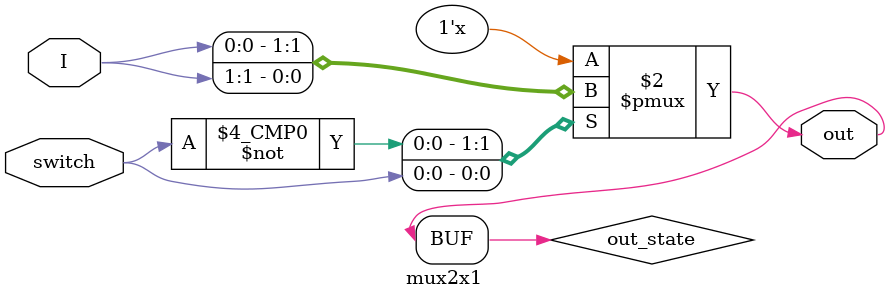
<source format=v>
`timescale 1ns / 1ps
module mux2x1(
output out,
input switch,
input [1:0] I
);
reg out_state;

always @(I, switch)
begin
	case(switch)
		1'b0: out_state <= I[0];
		1'b1: out_state <= I[1];
	endcase
end
assign out = out_state;
endmodule

</source>
